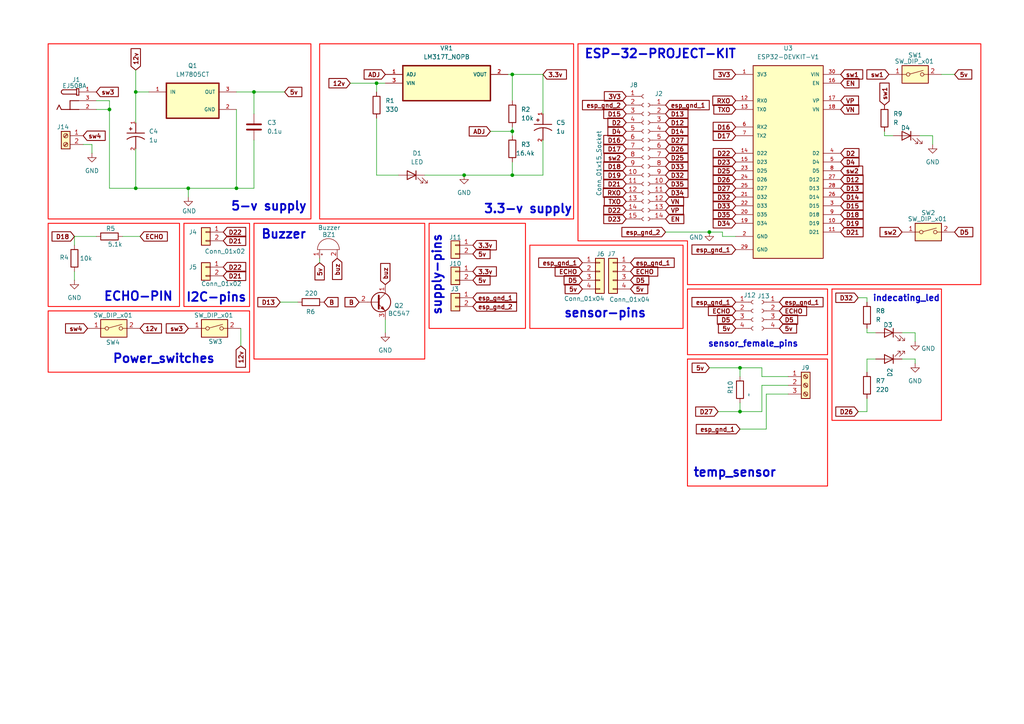
<source format=kicad_sch>
(kicad_sch (version 20250114) (generator "eeschema") (generator_version "9.0")
  (paper "A4")
  (text "supply-pins" (at 126.746 79.756 90) (effects (font (size 2.54 2.54) (thickness 0.508) (bold yes))))
  (text "Buzzer" (at 82.296 68.072 0) (effects (font (size 2.54 2.54) (thickness 0.508) (bold yes))))
  (text "ESP-32-PROJECT-KIT" (at 191.516 15.748 0) (effects (font (size 2.54 2.54) (thickness 0.508) (bold yes))))
  (text "ECHO-PIN\n" (at 40.132 86.106 0) (effects (font (size 2.54 2.54) (thickness 0.508) (bold yes))))
  (text "temp_sensor" (at 213.106 137.16 0) (effects (font (size 2.54 2.54) (thickness 0.508) (bold yes))))
  (text "3.3-v supply" (at 153.162 60.706 0) (effects (font (size 2.54 2.54) (thickness 0.508) (bold yes))))
  (text "sensor-pins" (at 175.514 90.932 0) (effects (font (size 2.54 2.54) (thickness 0.508) (bold yes))))
  (text "indecating_led" (at 262.89 86.614 0) (effects (font (size 1.778 1.778) (thickness 0.3556) (bold yes))))
  (text "sensor_female_pins" (at 218.44 99.822 0) (effects (font (size 1.778 1.778) (thickness 0.3556) (bold yes))))
  (text "5-v supply" (at 77.978 59.944 0) (effects (font (size 2.54 2.54) (bold yes))))
  (text "Power_switches" (at 47.498 104.14 0) (effects (font (size 2.54 2.54) (thickness 0.508) (bold yes))))
  (text "I2C-pins" (at 62.738 86.36 0) (effects (font (size 2.54 2.54) (thickness 0.508) (bold yes))))
  (junction (at 54.61 54.61))
  (junction (at 39.37 26.67))
  (junction (at 31.75 31.75))
  (junction (at 68.58 54.61))
  (junction (at 148.59 50.8))
  (junction (at 205.74 67.31))
  (junction (at 214.63 106.68))
  (junction (at 214.63 119.38))
  (junction (at 148.59 21.59))
  (junction (at 109.22 24.13))
  (junction (at 73.66 26.67))
  (junction (at 134.62 50.8))
  (junction (at 39.37 54.61))
  (junction (at 148.59 38.1))
  (wire (pts (xy 205.74 67.31) (xy 209.55 67.31)))
  (wire (pts (xy 81.28 87.63) (xy 86.36 87.63)))
  (wire (pts (xy 148.59 36.83) (xy 148.59 38.1)))
  (wire (pts (xy 54.61 54.61) (xy 54.61 57.15)))
  (wire (pts (xy 251.46 95.25) (xy 251.46 96.52)))
  (wire (pts (xy 265.43 96.52) (xy 265.43 99.06)))
  (wire (pts (xy 273.05 21.59) (xy 276.86 21.59)))
  (wire (pts (xy 251.46 87.63) (xy 251.46 86.36)))
  (wire (pts (xy 39.37 54.61) (xy 54.61 54.61)))
  (wire (pts (xy 265.43 104.14) (xy 265.43 105.41)))
  (wire (pts (xy 39.37 43.18) (xy 39.37 54.61)))
  (wire (pts (xy 68.58 26.67) (xy 73.66 26.67)))
  (wire (pts (xy 157.48 40.64) (xy 157.48 50.8)))
  (wire (pts (xy 54.61 54.61) (xy 68.58 54.61)))
  (wire (pts (xy 214.63 124.46) (xy 222.25 124.46)))
  (wire (pts (xy 21.59 68.58) (xy 27.94 68.58)))
  (wire (pts (xy 214.63 119.38) (xy 220.98 119.38)))
  (wire (pts (xy 148.59 46.99) (xy 148.59 50.8)))
  (wire (pts (xy 92.71 74.93) (xy 92.71 76.2)))
  (wire (pts (xy 39.37 26.67) (xy 43.18 26.67)))
  (wire (pts (xy 251.46 119.38) (xy 251.46 115.57)))
  (wire (pts (xy 214.63 106.68) (xy 220.98 106.68)))
  (wire (pts (xy 222.25 124.46) (xy 222.25 114.3)))
  (wire (pts (xy 251.46 104.14) (xy 254 104.14)))
  (wire (pts (xy 35.56 68.58) (xy 40.64 68.58)))
  (wire (pts (xy 142.24 38.1) (xy 148.59 38.1)))
  (wire (pts (xy 209.55 68.58) (xy 213.36 68.58)))
  (wire (pts (xy 248.92 86.36) (xy 251.46 86.36)))
  (wire (pts (xy 148.59 21.59) (xy 157.48 21.59)))
  (wire (pts (xy 26.67 41.91) (xy 26.67 44.45)))
  (wire (pts (xy 266.7 39.37) (xy 270.51 39.37)))
  (wire (pts (xy 69.85 95.25) (xy 69.85 100.33)))
  (wire (pts (xy 220.98 119.38) (xy 220.98 111.76)))
  (wire (pts (xy 101.6 24.13) (xy 109.22 24.13)))
  (wire (pts (xy 109.22 34.29) (xy 109.22 50.8)))
  (wire (pts (xy 261.62 104.14) (xy 265.43 104.14)))
  (wire (pts (xy 111.76 92.71) (xy 111.76 96.52)))
  (wire (pts (xy 157.48 33.02) (xy 157.48 21.59)))
  (wire (pts (xy 27.94 29.21) (xy 31.75 29.21)))
  (wire (pts (xy 31.75 54.61) (xy 39.37 54.61)))
  (wire (pts (xy 148.59 21.59) (xy 147.32 21.59)))
  (wire (pts (xy 31.75 29.21) (xy 31.75 31.75)))
  (wire (pts (xy 73.66 40.64) (xy 73.66 54.61)))
  (wire (pts (xy 73.66 26.67) (xy 82.55 26.67)))
  (wire (pts (xy 220.98 106.68) (xy 220.98 109.22)))
  (wire (pts (xy 68.58 31.75) (xy 68.58 54.61)))
  (wire (pts (xy 251.46 96.52) (xy 254 96.52)))
  (wire (pts (xy 27.94 31.75) (xy 31.75 31.75)))
  (wire (pts (xy 148.59 21.59) (xy 148.59 29.21)))
  (wire (pts (xy 205.74 106.68) (xy 214.63 106.68)))
  (wire (pts (xy 270.51 39.37) (xy 270.51 41.91)))
  (wire (pts (xy 148.59 38.1) (xy 148.59 39.37)))
  (wire (pts (xy 24.13 41.91) (xy 26.67 41.91)))
  (wire (pts (xy 222.25 114.3) (xy 228.6 114.3)))
  (wire (pts (xy 220.98 109.22) (xy 228.6 109.22)))
  (wire (pts (xy 31.75 31.75) (xy 31.75 54.61)))
  (wire (pts (xy 148.59 50.8) (xy 157.48 50.8)))
  (wire (pts (xy 73.66 26.67) (xy 73.66 33.02)))
  (wire (pts (xy 220.98 111.76) (xy 228.6 111.76)))
  (wire (pts (xy 214.63 116.84) (xy 214.63 119.38)))
  (wire (pts (xy 109.22 24.13) (xy 111.76 24.13)))
  (wire (pts (xy 251.46 107.95) (xy 251.46 104.14)))
  (wire (pts (xy 256.54 39.37) (xy 259.08 39.37)))
  (wire (pts (xy 21.59 71.12) (xy 21.59 68.58)))
  (wire (pts (xy 208.28 119.38) (xy 214.63 119.38)))
  (wire (pts (xy 261.62 96.52) (xy 265.43 96.52)))
  (wire (pts (xy 109.22 26.67) (xy 109.22 24.13)))
  (wire (pts (xy 214.63 106.68) (xy 214.63 109.22)))
  (wire (pts (xy 248.92 119.38) (xy 251.46 119.38)))
  (wire (pts (xy 256.54 38.1) (xy 256.54 39.37)))
  (wire (pts (xy 193.04 67.31) (xy 205.74 67.31)))
  (wire (pts (xy 39.37 26.67) (xy 39.37 35.56)))
  (wire (pts (xy 109.22 50.8) (xy 115.57 50.8)))
  (wire (pts (xy 39.37 20.32) (xy 39.37 26.67)))
  (wire (pts (xy 21.59 78.74) (xy 21.59 81.28)))
  (wire (pts (xy 148.59 50.8) (xy 134.62 50.8)))
  (wire (pts (xy 209.55 67.31) (xy 209.55 68.58)))
  (wire (pts (xy 68.58 54.61) (xy 73.66 54.61)))
  (wire (pts (xy 123.19 50.8) (xy 134.62 50.8)))
  (global_label "sw3" (shape input) (at 27.94 26.67 0) (effects (font (thickness 0.254) (bold yes))) (property "Intersheetrefs" "${INTERSHEET_REFS}" (effects (hide yes))))
  (global_label "ECHO" (shape input) (at 40.64 68.58 0) (effects (font (thickness 0.254) (bold yes))) (property "Intersheetrefs" "${INTERSHEET_REFS}" (effects (hide yes))))
  (global_label "D22" (shape input) (at 64.77 77.47 0) (effects (font (thickness 0.254) (bold yes))) (property "Intersheetrefs" "${INTERSHEET_REFS}" (effects (hide yes))))
  (global_label "sw4" (shape input) (at 24.13 39.37 0) (effects (font (thickness 0.254) (bold yes))) (property "Intersheetrefs" "${INTERSHEET_REFS}" (effects (hide yes))))
  (global_label "D21" (shape input) (at 64.77 69.85 0) (effects (font (thickness 0.254) (bold yes))) (property "Intersheetrefs" "${INTERSHEET_REFS}" (effects (hide yes))))
  (global_label "esp_gnd_1" (shape input) (at 214.63 124.46 180) (effects (font (thickness 0.254) (bold yes))) (property "Intersheetrefs" "${INTERSHEET_REFS}" (effects (hide yes))))
  (global_label "D34" (shape input) (at 213.36 64.77 180) (effects (font (thickness 0.254) (bold yes))) (property "Intersheetrefs" "${INTERSHEET_REFS}" (effects (hide yes))))
  (global_label "esp_gnd_2" (shape input) (at 137.16 88.9 0) (effects (font (thickness 0.254) (bold yes))) (property "Intersheetrefs" "${INTERSHEET_REFS}" (effects (hide yes))))
  (global_label "12v" (shape input) (at 69.85 100.33 270) (effects (font (thickness 0.254) (bold yes))) (property "Intersheetrefs" "${INTERSHEET_REFS}" (effects (hide yes))))
  (global_label "D4" (shape input) (at 181.61 38.1 180) (effects (font (thickness 0.254) (bold yes))) (property "Intersheetrefs" "${INTERSHEET_REFS}" (effects (hide yes))))
  (global_label "D18" (shape input) (at 181.61 48.26 180) (effects (font (thickness 0.254) (bold yes))) (property "Intersheetrefs" "${INTERSHEET_REFS}" (effects (hide yes))))
  (global_label "D13" (shape input) (at 243.84 54.61 0) (effects (font (thickness 0.254) (bold yes))) (property "Intersheetrefs" "${INTERSHEET_REFS}" (effects (hide yes))))
  (global_label "esp_gnd_1" (shape input) (at 168.91 76.2 180) (effects (font (thickness 0.254) (bold yes))) (property "Intersheetrefs" "${INTERSHEET_REFS}" (effects (hide yes))))
  (global_label "D21" (shape input) (at 243.84 67.31 0) (effects (font (thickness 0.254) (bold yes))) (property "Intersheetrefs" "${INTERSHEET_REFS}" (effects (hide yes))))
  (global_label "3.3v" (shape input) (at 137.16 78.74 0) (effects (font (thickness 0.254) (bold yes))) (property "Intersheetrefs" "${INTERSHEET_REFS}" (effects (hide yes))))
  (global_label "ECHO" (shape input) (at 168.91 78.74 180) (effects (font (thickness 0.254) (bold yes))) (property "Intersheetrefs" "${INTERSHEET_REFS}" (effects (hide yes))))
  (global_label "3.3v" (shape input) (at 137.16 71.12 0) (effects (font (thickness 0.254) (bold yes))) (property "Intersheetrefs" "${INTERSHEET_REFS}" (effects (hide yes))))
  (global_label "D21" (shape input) (at 64.77 80.01 0) (effects (font (thickness 0.254) (bold yes))) (property "Intersheetrefs" "${INTERSHEET_REFS}" (effects (hide yes))))
  (global_label "esp_gnd_1" (shape input) (at 226.06 87.63 0) (effects (font (thickness 0.254) (bold yes))) (property "Intersheetrefs" "${INTERSHEET_REFS}" (effects (hide yes))))
  (global_label "3V3" (shape input) (at 181.61 27.94 180) (effects (font (thickness 0.254) (bold yes))) (property "Intersheetrefs" "${INTERSHEET_REFS}" (effects (hide yes))))
  (global_label "sw2" (shape input) (at 243.84 49.53 0) (effects (font (thickness 0.254) (bold yes))) (property "Intersheetrefs" "${INTERSHEET_REFS}" (effects (hide yes))))
  (global_label "D13" (shape input) (at 81.28 87.63 180) (effects (font (thickness 0.254) (bold yes))) (property "Intersheetrefs" "${INTERSHEET_REFS}" (effects (hide yes))))
  (global_label "D33" (shape input) (at 213.36 59.69 180) (effects (font (thickness 0.254) (bold yes))) (property "Intersheetrefs" "${INTERSHEET_REFS}" (effects (hide yes))))
  (global_label "D26" (shape input) (at 248.92 119.38 180) (effects (font (thickness 0.254) (bold yes))) (property "Intersheetrefs" "${INTERSHEET_REFS}" (effects (hide yes))))
  (global_label "D17" (shape input) (at 181.61 43.18 180) (effects (font (thickness 0.254) (bold yes))) (property "Intersheetrefs" "${INTERSHEET_REFS}" (effects (hide yes))))
  (global_label "D27" (shape input) (at 208.28 119.38 180) (effects (font (thickness 0.254) (bold yes))) (property "Intersheetrefs" "${INTERSHEET_REFS}" (effects (hide yes))))
  (global_label "5v" (shape input) (at 226.06 95.25 0) (effects (font (thickness 0.254) (bold yes))) (property "Intersheetrefs" "${INTERSHEET_REFS}" (effects (hide yes))))
  (global_label "VN" (shape input) (at 193.04 58.42 0) (effects (font (thickness 0.254) (bold yes))) (property "Intersheetrefs" "${INTERSHEET_REFS}" (effects (hide yes))))
  (global_label "12v" (shape input) (at 101.6 24.13 180) (effects (font (thickness 0.254) (bold yes))) (property "Intersheetrefs" "${INTERSHEET_REFS}" (effects (hide yes))))
  (global_label "D14" (shape input) (at 243.84 57.15 0) (effects (font (thickness 0.254) (bold yes))) (property "Intersheetrefs" "${INTERSHEET_REFS}" (effects (hide yes))))
  (global_label "3.3v" (shape input) (at 157.48 21.59 0) (effects (font (thickness 0.254) (bold yes))) (property "Intersheetrefs" "${INTERSHEET_REFS}" (effects (hide yes))))
  (global_label "D25" (shape input) (at 213.36 49.53 180) (effects (font (thickness 0.254) (bold yes))) (property "Intersheetrefs" "${INTERSHEET_REFS}" (effects (hide yes))))
  (global_label "12v" (shape input) (at 40.64 95.25 0) (effects (font (thickness 0.254) (bold yes))) (property "Intersheetrefs" "${INTERSHEET_REFS}" (effects (hide yes))))
  (global_label "D32" (shape input) (at 213.36 57.15 180) (effects (font (thickness 0.254) (bold yes))) (property "Intersheetrefs" "${INTERSHEET_REFS}" (effects (hide yes))))
  (global_label "sw2" (shape input) (at 261.62 67.31 180) (effects (font (thickness 0.254) (bold yes))) (property "Intersheetrefs" "${INTERSHEET_REFS}" (effects (hide yes))))
  (global_label "D16" (shape input) (at 181.61 40.64 180) (effects (font (thickness 0.254) (bold yes))) (property "Intersheetrefs" "${INTERSHEET_REFS}" (effects (hide yes))))
  (global_label "D18" (shape input) (at 243.84 62.23 0) (effects (font (thickness 0.254) (bold yes))) (property "Intersheetrefs" "${INTERSHEET_REFS}" (effects (hide yes))))
  (global_label "D12" (shape input) (at 243.84 52.07 0) (effects (font (thickness 0.254) (bold yes))) (property "Intersheetrefs" "${INTERSHEET_REFS}" (effects (hide yes))))
  (global_label "5v" (shape input) (at 82.55 26.67 0) (effects (font (thickness 0.254) (bold yes))) (property "Intersheetrefs" "${INTERSHEET_REFS}" (effects (hide yes))))
  (global_label "ECHO" (shape input) (at 182.88 78.74 0) (effects (font (thickness 0.254) (bold yes))) (property "Intersheetrefs" "${INTERSHEET_REFS}" (effects (hide yes))))
  (global_label "D23" (shape input) (at 181.61 63.5 180) (effects (font (thickness 0.254) (bold yes))) (property "Intersheetrefs" "${INTERSHEET_REFS}" (effects (hide yes))))
  (global_label "D2" (shape input) (at 181.61 35.56 180) (effects (font (thickness 0.254) (bold yes))) (property "Intersheetrefs" "${INTERSHEET_REFS}" (effects (hide yes))))
  (global_label "RXO" (shape input) (at 213.36 29.21 180) (effects (font (thickness 0.254) (bold yes))) (property "Intersheetrefs" "${INTERSHEET_REFS}" (effects (hide yes))))
  (global_label "D5" (shape input) (at 213.36 92.71 180) (effects (font (thickness 0.254) (bold yes))) (property "Intersheetrefs" "${INTERSHEET_REFS}" (effects (hide yes))))
  (global_label "ADJ" (shape input) (at 111.76 21.59 180) (effects (font (thickness 0.254) (bold yes))) (property "Intersheetrefs" "${INTERSHEET_REFS}" (effects (hide yes))))
  (global_label "D34" (shape input) (at 193.04 55.88 0) (effects (font (thickness 0.254) (bold yes))) (property "Intersheetrefs" "${INTERSHEET_REFS}" (effects (hide yes))))
  (global_label "D27" (shape input) (at 213.36 54.61 180) (effects (font (thickness 0.254) (bold yes))) (property "Intersheetrefs" "${INTERSHEET_REFS}" (effects (hide yes))))
  (global_label "D32" (shape input) (at 248.92 86.36 180) (effects (font (thickness 0.254) (bold yes))) (property "Intersheetrefs" "${INTERSHEET_REFS}" (effects (hide yes))))
  (global_label "EN" (shape input) (at 193.04 63.5 0) (effects (font (thickness 0.254) (bold yes))) (property "Intersheetrefs" "${INTERSHEET_REFS}" (effects (hide yes))))
  (global_label "D17" (shape input) (at 213.36 39.37 180) (effects (font (thickness 0.254) (bold yes))) (property "Intersheetrefs" "${INTERSHEET_REFS}" (effects (hide yes))))
  (global_label "VP" (shape input) (at 243.84 29.21 0) (effects (font (thickness 0.254) (bold yes))) (property "Intersheetrefs" "${INTERSHEET_REFS}" (effects (hide yes))))
  (global_label "RXO" (shape input) (at 181.61 55.88 180) (effects (font (thickness 0.254) (bold yes))) (property "Intersheetrefs" "${INTERSHEET_REFS}" (effects (hide yes))))
  (global_label "ECHO" (shape input) (at 213.36 90.17 180) (effects (font (thickness 0.254) (bold yes))) (property "Intersheetrefs" "${INTERSHEET_REFS}" (effects (hide yes))))
  (global_label "D26" (shape input) (at 193.04 43.18 0) (effects (font (thickness 0.254) (bold yes))) (property "Intersheetrefs" "${INTERSHEET_REFS}" (effects (hide yes))))
  (global_label "B" (shape input) (at 93.98 87.63 0) (effects (font (thickness 0.254) (bold yes))) (property "Intersheetrefs" "${INTERSHEET_REFS}" (effects (hide yes))))
  (global_label "TXO" (shape input) (at 181.61 58.42 180) (effects (font (thickness 0.254) (bold yes))) (property "Intersheetrefs" "${INTERSHEET_REFS}" (effects (hide yes))))
  (global_label "D19" (shape input) (at 243.84 64.77 0) (effects (font (thickness 0.254) (bold yes))) (property "Intersheetrefs" "${INTERSHEET_REFS}" (effects (hide yes))))
  (global_label "D19" (shape input) (at 181.61 50.8 180) (effects (font (thickness 0.254) (bold yes))) (property "Intersheetrefs" "${INTERSHEET_REFS}" (effects (hide yes))))
  (global_label "buz" (shape input) (at 97.79 74.93 270) (effects (font (thickness 0.254) (bold yes))) (property "Intersheetrefs" "${INTERSHEET_REFS}" (effects (hide yes))))
  (global_label "esp_gnd_1" (shape input) (at 182.88 76.2 0) (effects (font (thickness 0.254) (bold yes))) (property "Intersheetrefs" "${INTERSHEET_REFS}" (effects (hide yes))))
  (global_label "5v" (shape input) (at 276.86 21.59 0) (effects (font (thickness 0.254) (bold yes))) (property "Intersheetrefs" "${INTERSHEET_REFS}" (effects (hide yes))))
  (global_label "sw3" (shape input) (at 54.61 95.25 180) (effects (font (thickness 0.254) (bold yes))) (property "Intersheetrefs" "${INTERSHEET_REFS}" (effects (hide yes))))
  (global_label "D5" (shape input) (at 168.91 81.28 180) (effects (font (thickness 0.254) (bold yes))) (property "Intersheetrefs" "${INTERSHEET_REFS}" (effects (hide yes))))
  (global_label "esp_gnd_1" (shape input) (at 193.04 30.48 0) (effects (font (thickness 0.254) (bold yes))) (property "Intersheetrefs" "${INTERSHEET_REFS}" (effects (hide yes))))
  (global_label "D15" (shape input) (at 243.84 59.69 0) (effects (font (thickness 0.254) (bold yes))) (property "Intersheetrefs" "${INTERSHEET_REFS}" (effects (hide yes))))
  (global_label "5v" (shape input) (at 205.74 106.68 180) (effects (font (thickness 0.254) (bold yes))) (property "Intersheetrefs" "${INTERSHEET_REFS}" (effects (hide yes))))
  (global_label "sw1" (shape input) (at 256.54 30.48 90) (effects (font (thickness 0.254) (bold yes))) (property "Intersheetrefs" "${INTERSHEET_REFS}" (effects (hide yes))))
  (global_label "3V3" (shape input) (at 213.36 21.59 180) (effects (font (thickness 0.254) (bold yes))) (property "Intersheetrefs" "${INTERSHEET_REFS}" (effects (hide yes))))
  (global_label "TXO" (shape input) (at 213.36 31.75 180) (effects (font (thickness 0.254) (bold yes))) (property "Intersheetrefs" "${INTERSHEET_REFS}" (effects (hide yes))))
  (global_label "5v" (shape input) (at 137.16 73.66 0) (effects (font (thickness 0.254) (bold yes))) (property "Intersheetrefs" "${INTERSHEET_REFS}" (effects (hide yes))))
  (global_label "D33" (shape input) (at 193.04 48.26 0) (effects (font (thickness 0.254) (bold yes))) (property "Intersheetrefs" "${INTERSHEET_REFS}" (effects (hide yes))))
  (global_label "D18" (shape input) (at 21.59 68.58 180) (effects (font (thickness 0.254) (bold yes))) (property "Intersheetrefs" "${INTERSHEET_REFS}" (effects (hide yes))))
  (global_label "5v" (shape input) (at 137.16 81.28 0) (effects (font (thickness 0.254) (bold yes))) (property "Intersheetrefs" "${INTERSHEET_REFS}" (effects (hide yes))))
  (global_label "EN" (shape input) (at 243.84 24.13 0) (effects (font (thickness 0.254) (bold yes))) (property "Intersheetrefs" "${INTERSHEET_REFS}" (effects (hide yes))))
  (global_label "sw2" (shape input) (at 181.61 45.72 180) (effects (font (thickness 0.254) (bold yes))) (property "Intersheetrefs" "${INTERSHEET_REFS}" (effects (hide yes))))
  (global_label "esp_gnd_1" (shape input) (at 137.16 86.36 0) (effects (font (thickness 0.254) (bold yes))) (property "Intersheetrefs" "${INTERSHEET_REFS}" (effects (hide yes))))
  (global_label "D16" (shape input) (at 213.36 36.83 180) (effects (font (thickness 0.254) (bold yes))) (property "Intersheetrefs" "${INTERSHEET_REFS}" (effects (hide yes))))
  (global_label "5v" (shape input) (at 182.88 83.82 0) (effects (font (thickness 0.254) (bold yes))) (property "Intersheetrefs" "${INTERSHEET_REFS}" (effects (hide yes))))
  (global_label "D35" (shape input) (at 213.36 62.23 180) (effects (font (thickness 0.254) (bold yes))) (property "Intersheetrefs" "${INTERSHEET_REFS}" (effects (hide yes))))
  (global_label "VN" (shape input) (at 243.84 31.75 0) (effects (font (thickness 0.254) (bold yes))) (property "Intersheetrefs" "${INTERSHEET_REFS}" (effects (hide yes))))
  (global_label "D13" (shape input) (at 193.04 33.02 0) (effects (font (thickness 0.254) (bold yes))) (property "Intersheetrefs" "${INTERSHEET_REFS}" (effects (hide yes))))
  (global_label "5v" (shape input) (at 213.36 95.25 180) (effects (font (thickness 0.254) (bold yes))) (property "Intersheetrefs" "${INTERSHEET_REFS}" (effects (hide yes))))
  (global_label "B" (shape input) (at 104.14 87.63 180) (effects (font (thickness 0.254) (bold yes))) (property "Intersheetrefs" "${INTERSHEET_REFS}" (effects (hide yes))))
  (global_label "sw1" (shape input) (at 257.81 21.59 180) (effects (font (thickness 0.254) (bold yes))) (property "Intersheetrefs" "${INTERSHEET_REFS}" (effects (hide yes))))
  (global_label "ECHO" (shape input) (at 226.06 90.17 0) (effects (font (thickness 0.254) (bold yes))) (property "Intersheetrefs" "${INTERSHEET_REFS}" (effects (hide yes))))
  (global_label "D25" (shape input) (at 193.04 45.72 0) (effects (font (thickness 0.254) (bold yes))) (property "Intersheetrefs" "${INTERSHEET_REFS}" (effects (hide yes))))
  (global_label "D5" (shape input) (at 276.86 67.31 0) (effects (font (thickness 0.254) (bold yes))) (property "Intersheetrefs" "${INTERSHEET_REFS}" (effects (hide yes))))
  (global_label "D4" (shape input) (at 243.84 46.99 0) (effects (font (thickness 0.254) (bold yes))) (property "Intersheetrefs" "${INTERSHEET_REFS}" (effects (hide yes))))
  (global_label "esp_gnd_1" (shape input) (at 213.36 72.39 180) (effects (font (thickness 0.254) (bold yes))) (property "Intersheetrefs" "${INTERSHEET_REFS}" (effects (hide yes))))
  (global_label "D2" (shape input) (at 243.84 44.45 0) (effects (font (thickness 0.254) (bold yes))) (property "Intersheetrefs" "${INTERSHEET_REFS}" (effects (hide yes))))
  (global_label "esp_gnd_2" (shape input) (at 181.61 30.48 180) (effects (font (thickness 0.254) (bold yes))) (property "Intersheetrefs" "${INTERSHEET_REFS}" (effects (hide yes))))
  (global_label "esp_gnd_1" (shape input) (at 213.36 87.63 180) (effects (font (thickness 0.254) (bold yes))) (property "Intersheetrefs" "${INTERSHEET_REFS}" (effects (hide yes))))
  (global_label "D12" (shape input) (at 193.04 35.56 0) (effects (font (thickness 0.254) (bold yes))) (property "Intersheetrefs" "${INTERSHEET_REFS}" (effects (hide yes))))
  (global_label "D23" (shape input) (at 213.36 46.99 180) (effects (font (thickness 0.254) (bold yes))) (property "Intersheetrefs" "${INTERSHEET_REFS}" (effects (hide yes))))
  (global_label "D21" (shape input) (at 181.61 53.34 180) (effects (font (thickness 0.254) (bold yes))) (property "Intersheetrefs" "${INTERSHEET_REFS}" (effects (hide yes))))
  (global_label "D27" (shape input) (at 193.04 40.64 0) (effects (font (thickness 0.254) (bold yes))) (property "Intersheetrefs" "${INTERSHEET_REFS}" (effects (hide yes))))
  (global_label "buz" (shape input) (at 111.76 82.55 90) (effects (font (thickness 0.254) (bold yes))) (property "Intersheetrefs" "${INTERSHEET_REFS}" (effects (hide yes))))
  (global_label "D26" (shape input) (at 213.36 52.07 180) (effects (font (thickness 0.254) (bold yes))) (property "Intersheetrefs" "${INTERSHEET_REFS}" (effects (hide yes))))
  (global_label "ADJ" (shape input) (at 142.24 38.1 180) (effects (font (thickness 0.254) (bold yes))) (property "Intersheetrefs" "${INTERSHEET_REFS}" (effects (hide yes))))
  (global_label "D22" (shape input) (at 213.36 44.45 180) (effects (font (thickness 0.254) (bold yes))) (property "Intersheetrefs" "${INTERSHEET_REFS}" (effects (hide yes))))
  (global_label "D14" (shape input) (at 193.04 38.1 0) (effects (font (thickness 0.254) (bold yes))) (property "Intersheetrefs" "${INTERSHEET_REFS}" (effects (hide yes))))
  (global_label "5v" (shape input) (at 168.91 83.82 180) (effects (font (thickness 0.254) (bold yes))) (property "Intersheetrefs" "${INTERSHEET_REFS}" (effects (hide yes))))
  (global_label "D15" (shape input) (at 181.61 33.02 180) (effects (font (thickness 0.254) (bold yes))) (property "Intersheetrefs" "${INTERSHEET_REFS}" (effects (hide yes))))
  (global_label "D22" (shape input) (at 64.77 67.31 0) (effects (font (thickness 0.254) (bold yes))) (property "Intersheetrefs" "${INTERSHEET_REFS}" (effects (hide yes))))
  (global_label "D35" (shape input) (at 193.04 53.34 0) (effects (font (thickness 0.254) (bold yes))) (property "Intersheetrefs" "${INTERSHEET_REFS}" (effects (hide yes))))
  (global_label "D22" (shape input) (at 181.61 60.96 180) (effects (font (thickness 0.254) (bold yes))) (property "Intersheetrefs" "${INTERSHEET_REFS}" (effects (hide yes))))
  (global_label "D5" (shape input) (at 226.06 92.71 0) (effects (font (thickness 0.254) (bold yes))) (property "Intersheetrefs" "${INTERSHEET_REFS}" (effects (hide yes))))
  (global_label "5v" (shape input) (at 92.71 76.2 270) (effects (font (thickness 0.254) (bold yes))) (property "Intersheetrefs" "${INTERSHEET_REFS}" (effects (hide yes))))
  (global_label "sw1" (shape input) (at 243.84 21.59 0) (effects (font (thickness 0.254) (bold yes))) (property "Intersheetrefs" "${INTERSHEET_REFS}" (effects (hide yes))))
  (global_label "D5" (shape input) (at 182.88 81.28 0) (effects (font (thickness 0.254) (bold yes))) (property "Intersheetrefs" "${INTERSHEET_REFS}" (effects (hide yes))))
  (global_label "sw4" (shape input) (at 25.4 95.25 180) (effects (font (thickness 0.254) (bold yes))) (property "Intersheetrefs" "${INTERSHEET_REFS}" (effects (hide yes))))
  (global_label "VP" (shape input) (at 193.04 60.96 0) (effects (font (thickness 0.254) (bold yes))) (property "Intersheetrefs" "${INTERSHEET_REFS}" (effects (hide yes))))
  (global_label "D32" (shape input) (at 193.04 50.8 0) (effects (font (thickness 0.254) (bold yes))) (property "Intersheetrefs" "${INTERSHEET_REFS}" (effects (hide yes))))
  (global_label "12v" (shape input) (at 39.37 20.32 90) (effects (font (thickness 0.254) (bold yes))) (property "Intersheetrefs" "${INTERSHEET_REFS}" (effects (hide yes))))
  (global_label "esp_gnd_2" (shape input) (at 193.04 67.31 180) (effects (font (thickness 0.254) (bold yes))) (property "Intersheetrefs" "${INTERSHEET_REFS}" (effects (hide yes))))
  (rule_area (polyline (pts (xy 13.97 12.7) (xy 13.97 63.5) (xy 90.17 63.5) (xy 90.17 12.7)) (stroke (width 0.254))))
  (rule_area (polyline (pts (xy 53.34 64.77) (xy 53.34 88.9) (xy 72.39 88.9) (xy 72.39 64.77)) (stroke (width 0.254))))
  (rule_area (polyline (pts (xy 153.67 71.12) (xy 153.67 95.25) (xy 198.12 95.25) (xy 198.12 71.12)) (stroke (width 0.254))))
  (rule_area (polyline (pts (xy 73.66 64.77) (xy 73.66 104.14) (xy 123.19 104.14) (xy 123.19 64.77)) (stroke (width 0.254))))
  (rule_area (polyline (pts (xy 13.97 90.17) (xy 72.39 90.17) (xy 72.39 107.95) (xy 13.97 107.95)) (stroke (width 0.254))))
  (rule_area (polyline (pts (xy 199.39 83.82) (xy 199.39 102.87) (xy 240.03 102.87) (xy 240.03 83.82)) (stroke (width 0.254))))
  (rule_area (polyline (pts (xy 92.71 12.7) (xy 92.71 63.5) (xy 166.37 63.5) (xy 166.37 12.7)) (stroke (width 0.254))))
  (rule_area (polyline (pts (xy 13.97 64.77) (xy 13.97 88.9) (xy 52.07 88.9) (xy 52.07 64.77)) (stroke (width 0.254))))
  (rule_area (polyline (pts (xy 167.64 12.7) (xy 167.64 69.85) (xy 199.39 69.85) (xy 199.39 82.55) (xy 284.48 82.55) (xy 284.48 12.7)) (stroke (width 0.254))))
  (rule_area (polyline (pts (xy 199.39 104.14) (xy 240.03 104.14) (xy 240.03 140.97) (xy 199.39 140.97)) (stroke (width 0.254))))
  (rule_area (polyline (pts (xy 124.46 64.77) (xy 124.46 95.25) (xy 152.4 95.25) (xy 152.4 64.77)) (stroke (width 0.254))))
  (rule_area (polyline (pts (xy 241.3 83.82) (xy 241.3 121.92) (xy 273.05 121.92) (xy 273.05 83.82)) (stroke (width 0.254))))
  (symbol (lib_id "LM317T_NOPB:LM317T_NOPB") (at 129.54 24.13 0) (unit 1)
    (property "Reference" "VR1" (at 129.54 13.97 0))
    (property "Value" "LM317T_NOPB" (at 129.54 16.51 0))
    (property "Footprint" "LM317T_NOPB:TO254P1054X470X1955-3" (effects (hide yes)))
    (property "MF" "STMicroelectronics" (effects (hide yes)))
    (property "Description_1" "Linear Voltage Regulator IC Positive Adjustable 1 Output  1.5A TO-220-3" (effects (hide yes)))
    (property "Package" "TO-220-3 STMicroelectronics" (effects (hide yes)))
    (property "Price" "None" (effects (hide yes)))
    (property "SnapEDA_Link" "https://www.snapeda.com/parts/LM317T/STMicroelectronics/view-part/?ref=snap" (effects (hide yes)))
    (property "MP" "LM317T" (effects (hide yes)))
    (property "Availability" "In Stock" (effects (hide yes)))
    (property "Check_prices" "https://www.snapeda.com/parts/LM317T/STMicroelectronics/view-part/?ref=eda" (effects (hide yes)))
  )
  (symbol (lib_id "power:GND") (at 265.43 105.41 0) (unit 1)
    (property "Reference" "#PWR08" (effects (hide yes)))
    (property "Value" "GND" (at 265.43 110.49 0))
    (property "Description" "Power symbol creates a global label with name \"GND\" , ground" (effects (hide yes)))
  )
  (symbol (lib_id "power:GND") (at 205.74 67.31 0) (unit 1)
    (property "Reference" "#PWR09" (effects (hide yes)))
    (property "Value" "GND" (at 201.93 68.834 0))
    (property "Description" "Power symbol creates a global label with name \"GND\" , ground" (effects (hide yes)))
  )
  (symbol (lib_id "power:GND") (at 265.43 99.06 0) (unit 1)
    (property "Reference" "#PWR06" (effects (hide yes)))
    (property "Value" "GND" (at 269.24 101.092 0))
    (property "Description" "Power symbol creates a global label with name \"GND\" , ground" (effects (hide yes)))
  )
  (symbol (lib_id "ESP32-DEVKIT-V1:ESP32-DEVKIT-V1") (at 228.6 46.99 0) (mirror y) (unit 1)
    (property "Reference" "U3" (at 228.6 13.97 0))
    (property "Value" "ESP32-DEVKIT-V1" (at 228.6 16.51 0))
    (property "Footprint" "ESP32-DEVKIT-V1:MODULE_ESP32_DEVKIT_V1" (effects (hide yes)))
    (property "MF" "Do it" (effects (hide yes)))
    (property "MAXIMUM_PACKAGE_HEIGHT" "6.8 mm" (effects (hide yes)))
    (property "Package" "None" (effects (hide yes)))
    (property "Price" "None" (effects (hide yes)))
    (property "Check_prices" "https://www.snapeda.com/parts/ESP32-DEVKIT-V1/Do+it/view-part/?ref=eda" (effects (hide yes)))
    (property "STANDARD" "Manufacturer Recommendations" (effects (hide yes)))
    (property "PARTREV" "N/A" (effects (hide yes)))
    (property "SnapEDA_Link" "https://www.snapeda.com/parts/ESP32-DEVKIT-V1/Do+it/view-part/?ref=snap" (effects (hide yes)))
    (property "MP" "ESP32-DEVKIT-V1" (effects (hide yes)))
    (property "Description_1" "Dual core, Wi-Fi: 2.4 GHz up to 150 Mbits/s,BLE (Bluetooth Low Energy) and legacy Bluetooth, 32 bits, Up to 240 MHz" (effects (hide yes)))
    (property "Availability" "Not in stock" (effects (hide yes)))
    (property "MANUFACTURER" "DOIT" (effects (hide yes)))
  )
  (symbol (lib_id "power:GND") (at 270.51 41.91 0) (unit 1)
    (property "Reference" "#PWR05" (effects (hide yes)))
    (property "Value" "GND" (at 270.51 46.99 0))
    (property "Description" "Power symbol creates a global label with name \"GND\" , ground" (effects (hide yes)))
  )
  (symbol (lib_id "Connector_Generic:Conn_01x04") (at 177.8 78.74 0) (mirror y) (unit 1)
    (property "Reference" "J7" (at 178.562 73.66 0) (effects (justify left)))
    (property "Value" "Conn_01x04" (at 188.468 86.868 0) (effects (justify left)))
    (property "Footprint" "Connector_PinHeader_2.54mm:PinHeader_1x04_P2.54mm_Vertical" (effects (hide yes)))
    (property "Description" "Generic connector, single row, 01x04, script generated (kicad-library-utils/schlib/autogen/connector/)" (effects (hide yes)))
  )
  (symbol (lib_id "Connector_Generic:Conn_01x02") (at 132.08 71.12 0) (mirror y) (unit 1)
    (property "Reference" "J11" (at 133.858 68.834 0) (effects (justify left)))
    (property "Value" "Conn_01x02" (effects (hide yes)))
    (property "Footprint" "Connector_PinHeader_2.54mm:PinHeader_1x02_P2.54mm_Vertical" (effects (hide yes)))
    (property "Description" "Generic connector, single row, 01x02, script generated (kicad-library-utils/schlib/autogen/connector/)" (effects (hide yes)))
  )
  (symbol (lib_id "Device:LED") (at 257.81 96.52 0) (mirror y) (unit 1)
    (property "Reference" "D3" (at 257.556 94.234 0))
    (property "Value" "LED" (effects (hide yes)))
    (property "Footprint" "LED_THT:LED_D5.0mm" (effects (hide yes)))
    (property "Description" "Light emitting diode" (effects (hide yes)))
    (property "Sim.Pins" "1=K 2=A" (effects (hide yes)))
  )
  (symbol (lib_id "Device:R") (at 214.63 113.03 0) (mirror y) (unit 1)
    (property "Reference" "R10" (at 211.836 114.3 90) (effects (justify left)))
    (property "Value" "~" (at 217.17 115.062 90) (effects (justify left)))
    (property "Footprint" "Resistor_THT:R_Axial_DIN0309_L9.0mm_D3.2mm_P15.24mm_Horizontal" (effects (hide yes)))
    (property "Description" "Resistor" (effects (hide yes)))
  )
  (symbol (lib_id "power:GND") (at 54.61 57.15 0) (unit 1)
    (property "Reference" "#PWR01" (effects (hide yes)))
    (property "Value" "GND" (at 54.864 61.214 0))
    (property "Description" "Power symbol creates a global label with name \"GND\" , ground" (effects (hide yes)))
  )
  (symbol (lib_id "Device:R") (at 256.54 34.29 0) (unit 1)
    (property "Reference" "R9" (at 259.08 33.0199 0) (effects (justify left)))
    (property "Value" "R" (at 259.08 35.5599 0) (effects (justify left)))
    (property "Footprint" "Resistor_THT:R_Axial_DIN0309_L9.0mm_D3.2mm_P15.24mm_Horizontal" (effects (hide yes)))
    (property "Description" "Resistor" (effects (hide yes)))
  )
  (symbol (lib_id "Switch:SW_DIP_x01") (at 265.43 21.59 0) (unit 1)
    (property "Reference" "SW1" (at 265.43 16.002 0))
    (property "Value" "SW_DIP_x01" (at 265.176 17.78 0))
    (property "Footprint" "Button_Switch_THT:SW_DIP_SPSTx01_Slide_9.78x4.72mm_W7.62mm_P2.54mm" (effects (hide yes)))
    (property "Description" "1x DIP Switch, Single Pole Single Throw (SPST) switch, small symbol" (effects (hide yes)))
  )
  (symbol (lib_id "Connector_Generic:Conn_01x02") (at 59.69 67.31 0) (mirror y) (unit 1)
    (property "Reference" "J4" (at 57.15 67.3099 0) (effects (justify left)))
    (property "Value" "Conn_01x02" (at 71.12 72.898 0) (effects (justify left)))
    (property "Footprint" "Connector_PinHeader_2.54mm:PinHeader_1x02_P2.54mm_Vertical" (effects (hide yes)))
    (property "Description" "Generic connector, single row, 01x02, script generated (kicad-library-utils/schlib/autogen/connector/)" (effects (hide yes)))
  )
  (symbol (lib_id "Connector_Generic:Conn_01x02") (at 59.69 77.47 0) (mirror y) (unit 1)
    (property "Reference" "J5" (at 57.15 77.4699 0) (effects (justify left)))
    (property "Value" "Conn_01x02" (at 70.104 82.296 0) (effects (justify left)))
    (property "Footprint" "Connector_PinHeader_2.54mm:PinHeader_1x02_P2.54mm_Vertical" (effects (hide yes)))
    (property "Description" "Generic connector, single row, 01x02, script generated (kicad-library-utils/schlib/autogen/connector/)" (effects (hide yes)))
  )
  (symbol (lib_id "Connector:Screw_Terminal_01x03") (at 233.68 111.76 0) (unit 1)
    (property "Reference" "J9" (at 232.41 106.68 0) (effects (justify left)))
    (property "Value" "Screw_Terminal_01x03" (effects (hide yes)))
    (property "Footprint" "TerminalBlock_Phoenix:TerminalBlock_Phoenix_MKDS-1,5-3_1x03_P5.00mm_Horizontal" (effects (hide yes)))
    (property "Description" "Generic screw terminal, single row, 01x03, script generated (kicad-library-utils/schlib/autogen/connector/)" (effects (hide yes)))
  )
  (symbol (lib_id "Connector:Conn_01x15_Socket") (at 186.69 45.72 0) (unit 1)
    (property "Reference" "J8" (at 182.626 24.638 0) (effects (justify left)))
    (property "Value" "Conn_01x15_Socket" (at 173.736 37.846 90) (effects (justify right)))
    (property "Footprint" "Connector_PinSocket_2.54mm:PinSocket_1x15_P2.54mm_Vertical" (effects (hide yes)))
    (property "Description" "Generic connector, single row, 01x15, script generated" (effects (hide yes)))
  )
  (symbol (lib_id "Device:R") (at 251.46 111.76 0) (mirror y) (unit 1)
    (property "Reference" "R7" (at 254 110.4899 0) (effects (justify right)))
    (property "Value" "220" (at 254 113.0299 0) (effects (justify right)))
    (property "Footprint" "Resistor_THT:R_Axial_DIN0309_L9.0mm_D3.2mm_P15.24mm_Horizontal" (effects (hide yes)))
    (property "Description" "Resistor" (effects (hide yes)))
  )
  (symbol (lib_id "Device:R") (at 31.75 68.58 270) (unit 1)
    (property "Reference" "R5" (at 30.734 66.294 90) (effects (justify left)))
    (property "Value" "5.1k" (at 31.242 70.866 90) (effects (justify left)))
    (property "Footprint" "Resistor_THT:R_Axial_DIN0309_L9.0mm_D3.2mm_P15.24mm_Horizontal" (effects (hide yes)))
    (property "Description" "Resistor" (effects (hide yes)))
  )
  (symbol (lib_id "Connector:Conn_01x04_Socket") (at 218.44 90.17 0) (unit 1)
    (property "Reference" "J12" (at 215.646 85.598 0) (effects (justify left)))
    (property "Value" "Conn_01x04_Socket" (effects (hide yes)))
    (property "Footprint" "Connector_PinSocket_2.54mm:PinSocket_1x04_P2.54mm_Vertical" (effects (hide yes)))
    (property "Description" "Generic connector, single row, 01x04, script generated" (effects (hide yes)))
  )
  (symbol (lib_id "power:GND") (at 26.67 44.45 0) (unit 1)
    (property "Reference" "#PWR07" (effects (hide yes)))
    (property "Value" "GND" (at 26.67 49.53 0))
    (property "Description" "Power symbol creates a global label with name \"GND\" , ground" (effects (hide yes)))
  )
  (symbol (lib_id "power:GND") (at 111.76 96.52 0) (unit 1)
    (property "Reference" "#PWR04" (effects (hide yes)))
    (property "Value" "GND" (at 111.76 101.6 0))
    (property "Description" "Power symbol creates a global label with name \"GND\" , ground" (effects (hide yes)))
  )
  (symbol (lib_id "Device:R") (at 109.22 30.48 0) (unit 1)
    (property "Reference" "R1" (at 111.76 29.2099 0) (effects (justify left)))
    (property "Value" "330" (at 111.76 31.7499 0) (effects (justify left)))
    (property "Footprint" "Resistor_THT:R_Axial_DIN0309_L9.0mm_D3.2mm_P15.24mm_Horizontal" (effects (hide yes)))
    (property "Description" "Resistor" (effects (hide yes)))
  )
  (symbol (lib_id "Device:Buzzer") (at 95.25 72.39 90) (unit 1)
    (property "Reference" "BZ1" (at 93.472 68.072 90) (effects (justify right)))
    (property "Value" "Buzzer" (at 92.202 66.04 90) (effects (justify right)))
    (property "Footprint" "Buzzer_Beeper:Buzzer_12x9.5RM7.6" (effects (hide yes)))
    (property "Description" "Buzzer, polarized" (effects (hide yes)))
  )
  (symbol (lib_id "EJ508A:EJ508A") (at 22.86 29.21 0) (unit 1)
    (property "Reference" "J1" (at 22.098 23.114 0))
    (property "Value" "EJ508A" (at 21.59 24.892 0))
    (property "Footprint" "dc jack foot print:MPD_EJ508A" (effects (hide yes)))
    (property "MF" "MPD" (effects (hide yes)))
    (property "MAXIMUM_PACKAGE_HEIGHT" "10.85 mm" (effects (hide yes)))
    (property "Package" "None" (effects (hide yes)))
    (property "Price" "None" (effects (hide yes)))
    (property "Check_prices" "https://www.snapeda.com/parts/EJ508A/MPD/view-part/?ref=eda" (effects (hide yes)))
    (property "STANDARD" "Manufacturer Recommendations" (effects (hide yes)))
    (property "PARTREV" "J" (effects (hide yes)))
    (property "SnapEDA_Link" "https://www.snapeda.com/parts/EJ508A/MPD/view-part/?ref=snap" (effects (hide yes)))
    (property "MP" "EJ508A" (effects (hide yes)))
    (property "Description_1" "Power Barrel Connector Jack 2.10mm ID (0.083), 5.50mm OD (0.217) Through Hole, Right Angle" (effects (hide yes)))
    (property "Availability" "In Stock" (effects (hide yes)))
    (property "MANUFACTURER" "MPD" (effects (hide yes)))
  )
  (symbol (lib_id "Device:LED") (at 262.89 39.37 0) (mirror y) (unit 1)
    (property "Reference" "D4" (at 262.636 37.084 0))
    (property "Value" "LED" (effects (hide yes)))
    (property "Footprint" "LED_THT:LED_D5.0mm" (effects (hide yes)))
    (property "Description" "Light emitting diode" (effects (hide yes)))
    (property "Sim.Pins" "1=K 2=A" (effects (hide yes)))
  )
  (symbol (lib_id "LM7805CT_NOPB:LM7805CT_NOPB") (at 55.88 29.21 0) (unit 1)
    (property "Reference" "Q1" (at 55.88 19.05 0))
    (property "Value" "LM7805CT" (at 55.88 21.59 0))
    (property "Footprint" "LM7805CT_NOPB:TO254P1054X470X2600-3" (effects (hide yes)))
    (property "MF" "Fairchild Semiconductor" (effects (hide yes)))
    (property "Description_1" "Linear Voltage Regulator IC Positive Fixed 1 Output 1.5A TO-220-3" (effects (hide yes)))
    (property "Package" "TO-220-3 ON Semiconductor" (effects (hide yes)))
    (property "Price" "None" (effects (hide yes)))
    (property "Check_prices" "https://www.snapeda.com/parts/LM7805CT/Fairchild+Imaging/view-part/?ref=eda" (effects (hide yes)))
    (property "STANDARD" "IPC-7351B" (effects (hide yes)))
    (property "PARTREV" "LTR" (effects (hide yes)))
    (property "SnapEDA_Link" "https://www.snapeda.com/parts/LM7805CT/Fairchild+Imaging/view-part/?ref=snap" (effects (hide yes)))
    (property "MP" "LM7805CT" (effects (hide yes)))
    (property "Availability" "In Stock" (effects (hide yes)))
    (property "MANUFACTURER" "Texas instruments" (effects (hide yes)))
  )
  (symbol (lib_id "Device:R") (at 251.46 91.44 0) (unit 1)
    (property "Reference" "R8" (at 254 90.1699 0) (effects (justify left)))
    (property "Value" "R" (at 254 92.7099 0) (effects (justify left)))
    (property "Footprint" "Resistor_THT:R_Axial_DIN0309_L9.0mm_D3.2mm_P15.24mm_Horizontal" (effects (hide yes)))
    (property "Description" "Resistor" (effects (hide yes)))
  )
  (symbol (lib_id "Connector:Conn_01x04_Socket") (at 220.98 90.17 0) (mirror y) (unit 1)
    (property "Reference" "J13" (at 223.266 85.852 0) (effects (justify left)))
    (property "Value" "Conn_01x04_Socket" (effects (hide yes)))
    (property "Footprint" "Connector_PinSocket_2.54mm:PinSocket_1x04_P2.54mm_Vertical" (effects (hide yes)))
    (property "Description" "Generic connector, single row, 01x04, script generated" (effects (hide yes)))
  )
  (symbol (lib_id "Device:R") (at 148.59 43.18 0) (unit 1)
    (property "Reference" "R3" (at 151.13 41.9099 0) (effects (justify left)))
    (property "Value" "16.4k" (at 149.606 44.45 0) (effects (justify left)))
    (property "Footprint" "Resistor_THT:R_Axial_DIN0309_L9.0mm_D3.2mm_P15.24mm_Horizontal" (effects (hide yes)))
    (property "Description" "Resistor" (effects (hide yes)))
  )
  (symbol (lib_id "Switch:SW_DIP_x01") (at 269.24 67.31 0) (unit 1)
    (property "Reference" "SW2" (at 269.24 61.722 0))
    (property "Value" "SW_DIP_x01" (at 268.986 63.5 0))
    (property "Footprint" "Button_Switch_THT:SW_DIP_SPSTx01_Slide_9.78x4.72mm_W7.62mm_P2.54mm" (effects (hide yes)))
    (property "Description" "1x DIP Switch, Single Pole Single Throw (SPST) switch, small symbol" (effects (hide yes)))
  )
  (symbol (lib_id "Connector_Generic:Conn_01x02") (at 132.08 78.74 0) (mirror y) (unit 1)
    (property "Reference" "J10" (at 133.858 76.454 0) (effects (justify left)))
    (property "Value" "Conn_01x02" (effects (hide yes)))
    (property "Footprint" "Connector_PinHeader_2.54mm:PinHeader_1x02_P2.54mm_Vertical" (effects (hide yes)))
    (property "Description" "Generic connector, single row, 01x02, script generated (kicad-library-utils/schlib/autogen/connector/)" (effects (hide yes)))
  )
  (symbol (lib_id "power:GND") (at 134.62 50.8 0) (unit 1)
    (property "Reference" "#PWR03" (effects (hide yes)))
    (property "Value" "GND" (at 134.62 55.88 0))
    (property "Description" "Power symbol creates a global label with name \"GND\" , ground" (effects (hide yes)))
  )
  (symbol (lib_id "Connector:Screw_Terminal_01x02") (at 19.05 39.37 0) (mirror y) (unit 1)
    (property "Reference" "J14" (at 20.066 36.83 0) (effects (justify left)))
    (property "Value" "Screw_Terminal_01x02" (effects (hide yes)))
    (property "Footprint" "TerminalBlock_Phoenix:TerminalBlock_Phoenix_MKDS-1,5-2_1x02_P5.00mm_Horizontal" (effects (hide yes)))
    (property "Description" "Generic screw terminal, single row, 01x02, script generated (kicad-library-utils/schlib/autogen/connector/)" (effects (hide yes)))
  )
  (symbol (lib_id "478CKS010M:478CKS010M") (at 39.37 40.64 270) (unit 1)
    (property "Reference" "C4" (at 43.18 38.0999 90) (effects (justify left)))
    (property "Value" "1u" (at 43.18 40.6399 90) (effects (justify left)))
    (property "Footprint" "478CKS010M:CAPPRD500W60D1330H2700" (effects (hide yes)))
    (property "MF" "Cornell Dubilier - CDE" (effects (hide yes)))
    (property "MAXIMUM_PACKAGE_HEIGHT" "27.0 mm" (effects (hide yes)))
    (property "Package" "None" (effects (hide yes)))
    (property "Price" "None" (effects (hide yes)))
    (property "Check_prices" "https://www.snapeda.com/parts/478CKS010M/Cornell+Dubilier/view-part/?ref=eda" (effects (hide yes)))
    (property "STANDARD" "IPC-7351B" (effects (hide yes)))
    (property "PARTREV" "Apr-20" (effects (hide yes)))
    (property "SnapEDA_Link" "https://www.snapeda.com/parts/478CKS010M/Cornell+Dubilier/view-part/?ref=snap" (effects (hide yes)))
    (property "MP" "478CKS010M" (effects (hide yes)))
    (property "Description_1" "4700 µF 10 V Aluminum Electrolytic Capacitors Radial, Can 98.8mOhm @ 120Hz 2000 Hrs @ 85°C" (effects (hide yes)))
    (property "Availability" "In Stock" (effects (hide yes)))
    (property "MANUFACTURER" "Illinois Capacitor" (effects (hide yes)))
  )
  (symbol (lib_id "power:GND") (at 21.59 81.28 0) (unit 1)
    (property "Reference" "#PWR02" (effects (hide yes)))
    (property "Value" "GND" (at 21.59 86.36 0))
    (property "Description" "Power symbol creates a global label with name \"GND\" , ground" (effects (hide yes)))
  )
  (symbol (lib_id "Device:C") (at 73.66 36.83 0) (unit 1)
    (property "Reference" "C3" (at 77.47 35.5599 0) (effects (justify left)))
    (property "Value" "0.1u" (at 77.47 38.0999 0) (effects (justify left)))
    (property "Footprint" "Capacitor_THT:C_Disc_D3.0mm_W2.0mm_P2.50mm" (effects (hide yes)))
    (property "Description" "Unpolarized capacitor" (effects (hide yes)))
  )
  (symbol (lib_id "Device:R") (at 148.59 33.02 0) (unit 1)
    (property "Reference" "R2" (at 151.13 31.7499 0) (effects (justify left)))
    (property "Value" "10k" (at 151.13 34.2899 0) (effects (justify left)))
    (property "Footprint" "Resistor_THT:R_Axial_DIN0309_L9.0mm_D3.2mm_P15.24mm_Horizontal" (effects (hide yes)))
    (property "Description" "Resistor" (effects (hide yes)))
  )
  (symbol (lib_id "Device:R") (at 90.17 87.63 90) (mirror x) (unit 1)
    (property "Reference" "R6" (at 91.44 90.424 90) (effects (justify left)))
    (property "Value" "220" (at 92.202 85.09 90) (effects (justify left)))
    (property "Footprint" "Resistor_THT:R_Axial_DIN0309_L9.0mm_D3.2mm_P15.24mm_Horizontal" (effects (hide yes)))
    (property "Description" "Resistor" (effects (hide yes)))
  )
  (symbol (lib_id "Device:LED") (at 119.38 50.8 0) (mirror y) (unit 1)
    (property "Reference" "D1" (at 120.9675 44.45 0))
    (property "Value" "LED" (at 120.9675 46.99 0))
    (property "Footprint" "LED_THT:LED_D5.0mm" (effects (hide yes)))
    (property "Description" "Light emitting diode" (effects (hide yes)))
    (property "Sim.Pins" "1=K 2=A" (effects (hide yes)))
  )
  (symbol (lib_id "Connector_Generic:Conn_01x02") (at 132.08 86.36 0) (mirror y) (unit 1)
    (property "Reference" "J3" (at 133.096 83.82 0) (effects (justify left)))
    (property "Value" "Conn_01x02" (effects (hide yes)))
    (property "Footprint" "Connector_PinHeader_2.54mm:PinHeader_1x02_P2.54mm_Vertical" (effects (hide yes)))
    (property "Description" "Generic connector, single row, 01x02, script generated (kicad-library-utils/schlib/autogen/connector/)" (effects (hide yes)))
  )
  (symbol (lib_id "Device:R") (at 21.59 74.93 0) (unit 1)
    (property "Reference" "R4" (at 17.272 74.676 0) (effects (justify left)))
    (property "Value" "10k" (at 23.114 74.93 0) (effects (justify left)))
    (property "Footprint" "Resistor_THT:R_Axial_DIN0309_L9.0mm_D3.2mm_P15.24mm_Horizontal" (effects (hide yes)))
    (property "Description" "Resistor" (effects (hide yes)))
  )
  (symbol (lib_id "Connector_Generic:Conn_01x04") (at 173.99 78.74 0) (unit 1)
    (property "Reference" "J6" (at 172.974 73.66 0) (effects (justify left)))
    (property "Value" "Conn_01x04" (at 163.576 86.614 0) (effects (justify left)))
    (property "Footprint" "Connector_PinHeader_2.54mm:PinHeader_1x04_P2.54mm_Vertical" (effects (hide yes)))
    (property "Description" "Generic connector, single row, 01x04, script generated (kicad-library-utils/schlib/autogen/connector/)" (effects (hide yes)))
  )
  (symbol (lib_id "Connector:Conn_01x14_Socket") (at 187.96 45.72 0) (mirror y) (unit 1)
    (property "Reference" "J2" (at 192.278 27.178 0) (effects (justify left)))
    (property "Value" "Conn_01x14_Socket" (effects (hide yes)))
    (property "Footprint" "Connector_PinSocket_2.54mm:PinSocket_1x14_P2.54mm_Vertical" (effects (hide yes)))
    (property "Description" "Generic connector, single row, 01x14, script generated" (effects (hide yes)))
  )
  (symbol (lib_id "Device:LED") (at 257.81 104.14 180) (unit 1)
    (property "Reference" "D2" (at 258.1274 106.68 90) (effects (justify left)))
    (property "Value" "LED" (effects (hide yes)))
    (property "Footprint" "LED_THT:LED_D5.0mm" (effects (hide yes)))
    (property "Description" "Light emitting diode" (effects (hide yes)))
    (property "Sim.Pins" "1=K 2=A" (effects (hide yes)))
  )
  (symbol (lib_id "Transistor_BJT:BC547") (at 109.22 87.63 0) (unit 1)
    (property "Reference" "Q2" (at 114.3 88.646 0) (effects (justify left)))
    (property "Value" "BC547" (at 112.522 90.932 0) (effects (justify left)))
    (property "Footprint" "BC547_footprint:TO92260P476H877-3" (effects (hide yes)))
    (property "Datasheet" "https://www.onsemi.com/pub/Collateral/BC550-D.pdf" (effects (hide yes)))
    (property "Description" "0.1A Ic, 45V Vce, Small Signal NPN Transistor, TO-92" (effects (hide yes)))
  )
  (symbol (lib_id "478CKS010M:478CKS010M") (at 157.48 38.1 270) (unit 1)
    (property "Reference" "C5" (at 161.29 35.5599 90) (effects (justify left)))
    (property "Value" "1u" (at 161.29 38.0999 90) (effects (justify left)))
    (property "Footprint" "478CKS010M:CAPPRD500W60D1330H2700" (effects (hide yes)))
    (property "MF" "Cornell Dubilier - CDE" (effects (hide yes)))
    (property "MAXIMUM_PACKAGE_HEIGHT" "27.0 mm" (effects (hide yes)))
    (property "Package" "None" (effects (hide yes)))
    (property "Price" "None" (effects (hide yes)))
    (property "Check_prices" "https://www.snapeda.com/parts/478CKS010M/Cornell+Dubilier/view-part/?ref=eda" (effects (hide yes)))
    (property "STANDARD" "IPC-7351B" (effects (hide yes)))
    (property "PARTREV" "Apr-20" (effects (hide yes)))
    (property "SnapEDA_Link" "https://www.snapeda.com/parts/478CKS010M/Cornell+Dubilier/view-part/?ref=snap" (effects (hide yes)))
    (property "MP" "478CKS010M" (effects (hide yes)))
    (property "Description_1" "4700 µF 10 V Aluminum Electrolytic Capacitors Radial, Can 98.8mOhm @ 120Hz 2000 Hrs @ 85°C" (effects (hide yes)))
    (property "Availability" "In Stock" (effects (hide yes)))
    (property "MANUFACTURER" "Illinois Capacitor" (effects (hide yes)))
  )
  (symbol (lib_id "Switch:SW_DIP_x01") (at 62.23 95.25 0) (unit 1)
    (property "Reference" "SW3" (at 62.484 99.06 0))
    (property "Value" "SW_DIP_x01" (at 61.976 91.44 0))
    (property "Footprint" "Button_Switch_THT:SW_DIP_SPSTx01_Slide_9.78x4.72mm_W7.62mm_P2.54mm" (effects (hide yes)))
    (property "Description" "1x DIP Switch, Single Pole Single Throw (SPST) switch, small symbol" (effects (hide yes)))
  )
  (symbol (lib_id "Switch:SW_DIP_x01") (at 33.02 95.25 0) (unit 1)
    (property "Reference" "SW4" (at 32.766 99.314 0))
    (property "Value" "SW_DIP_x01" (at 32.766 91.44 0))
    (property "Footprint" "Button_Switch_THT:SW_DIP_SPSTx01_Slide_9.78x4.72mm_W7.62mm_P2.54mm" (effects (hide yes)))
    (property "Description" "1x DIP Switch, Single Pole Single Throw (SPST) switch, small symbol" (effects (hide yes)))
  )
)
</source>
